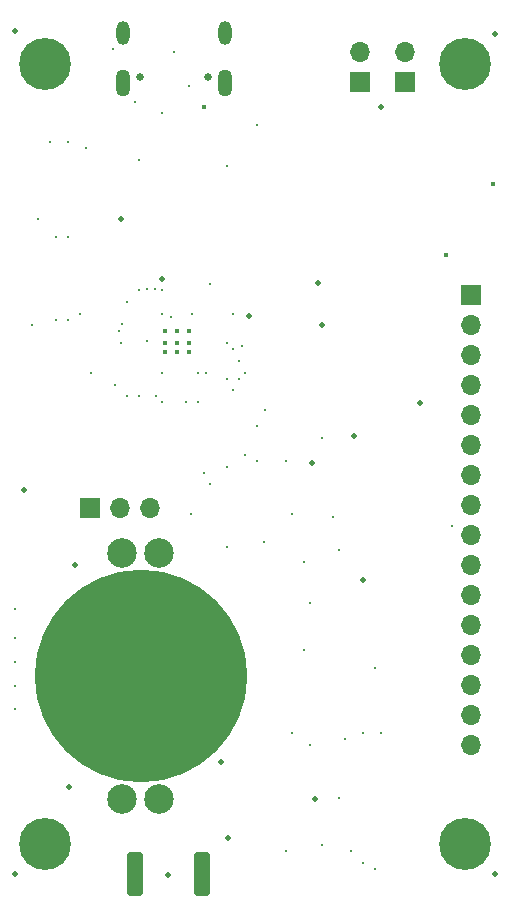
<source format=gbs>
G04 #@! TF.GenerationSoftware,KiCad,Pcbnew,8.0.3*
G04 #@! TF.CreationDate,2024-06-17T15:15:03-04:00*
G04 #@! TF.ProjectId,node_v3_2,6e6f6465-5f76-4335-9f32-2e6b69636164,rev?*
G04 #@! TF.SameCoordinates,Original*
G04 #@! TF.FileFunction,Soldermask,Bot*
G04 #@! TF.FilePolarity,Negative*
%FSLAX46Y46*%
G04 Gerber Fmt 4.6, Leading zero omitted, Abs format (unit mm)*
G04 Created by KiCad (PCBNEW 8.0.3) date 2024-06-17 15:15:03*
%MOMM*%
%LPD*%
G01*
G04 APERTURE LIST*
G04 Aperture macros list*
%AMRoundRect*
0 Rectangle with rounded corners*
0 $1 Rounding radius*
0 $2 $3 $4 $5 $6 $7 $8 $9 X,Y pos of 4 corners*
0 Add a 4 corners polygon primitive as box body*
4,1,4,$2,$3,$4,$5,$6,$7,$8,$9,$2,$3,0*
0 Add four circle primitives for the rounded corners*
1,1,$1+$1,$2,$3*
1,1,$1+$1,$4,$5*
1,1,$1+$1,$6,$7*
1,1,$1+$1,$8,$9*
0 Add four rect primitives between the rounded corners*
20,1,$1+$1,$2,$3,$4,$5,0*
20,1,$1+$1,$4,$5,$6,$7,0*
20,1,$1+$1,$6,$7,$8,$9,0*
20,1,$1+$1,$8,$9,$2,$3,0*%
G04 Aperture macros list end*
%ADD10R,1.700000X1.700000*%
%ADD11O,1.700000X1.700000*%
%ADD12C,4.400000*%
%ADD13RoundRect,0.250000X-0.425000X-1.600000X0.425000X-1.600000X0.425000X1.600000X-0.425000X1.600000X0*%
%ADD14C,0.650000*%
%ADD15O,1.254000X2.304000*%
%ADD16O,1.104000X2.004000*%
%ADD17C,18.004000*%
%ADD18C,2.504000*%
%ADD19C,0.304800*%
%ADD20C,0.406400*%
%ADD21C,0.250000*%
%ADD22C,0.508000*%
G04 APERTURE END LIST*
D10*
X162560000Y-57409000D03*
D11*
X162560000Y-54869000D03*
D12*
X132080000Y-121920000D03*
D10*
X158750000Y-57404000D03*
D11*
X158750000Y-54864000D03*
D12*
X132080000Y-55880000D03*
D13*
X145319000Y-124464000D03*
X139669000Y-124464000D03*
D12*
X167640000Y-121920000D03*
X167640000Y-55880000D03*
D10*
X168148000Y-75438000D03*
D11*
X168148000Y-77978000D03*
X168148000Y-80518000D03*
X168148000Y-83058000D03*
X168148000Y-85598000D03*
X168148000Y-88138000D03*
X168148000Y-90678000D03*
X168148000Y-93218000D03*
X168148000Y-95758000D03*
X168148000Y-98298000D03*
X168148000Y-100838000D03*
X168148000Y-103378000D03*
X168148000Y-105918000D03*
X168148000Y-108458000D03*
X168148000Y-110998000D03*
X168148000Y-113538000D03*
D10*
X135890000Y-93472000D03*
D11*
X138430000Y-93472000D03*
X140970000Y-93472000D03*
D14*
X145892000Y-56930000D03*
X140112000Y-56930000D03*
D15*
X147322000Y-57430000D03*
X138682000Y-57430000D03*
D16*
X147322000Y-53250000D03*
X138682000Y-53250000D03*
D17*
X140208000Y-107696000D03*
D18*
X141708000Y-118096000D03*
X138608000Y-118096000D03*
X138608000Y-97296000D03*
X141708000Y-97296000D03*
D19*
X143002000Y-54864000D03*
D20*
X142240000Y-80264000D03*
X144272000Y-78486000D03*
D21*
X136000000Y-82000000D03*
D22*
X159004000Y-99568000D03*
D20*
X144272000Y-79502000D03*
D22*
X129540000Y-124460000D03*
D20*
X144272000Y-80264000D03*
D22*
X134620000Y-98298000D03*
D20*
X142240000Y-79502000D03*
D22*
X149352000Y-77216000D03*
X134112000Y-117094000D03*
X170180000Y-124460000D03*
D20*
X143256000Y-80264000D03*
D22*
X158242000Y-87376000D03*
X129540000Y-53086000D03*
D20*
X143256000Y-78486000D03*
D21*
X139700000Y-59055000D03*
X142000000Y-84500000D03*
D20*
X143256000Y-79502000D03*
X142240000Y-78486000D03*
D22*
X154686000Y-89662000D03*
X155194000Y-74422000D03*
D21*
X131000000Y-78000000D03*
D22*
X147574000Y-121412000D03*
X163830000Y-84582000D03*
D19*
X156464000Y-94234000D03*
D22*
X130302000Y-91948000D03*
X154940000Y-118110000D03*
X170180000Y-53340000D03*
D21*
X145000000Y-82000000D03*
X144500000Y-77000000D03*
D19*
X146000000Y-74500000D03*
D22*
X142000000Y-74025500D03*
X138500000Y-69000000D03*
X155500000Y-78000000D03*
X160500000Y-59500000D03*
D20*
X145500000Y-59500000D03*
X170000000Y-66000000D03*
X166000000Y-72000000D03*
D21*
X129500000Y-104500000D03*
X149000000Y-89000000D03*
X148500000Y-82500000D03*
D19*
X159000000Y-112500000D03*
D21*
X154000000Y-98000000D03*
D19*
X158000000Y-122500000D03*
D21*
X145677172Y-82033827D03*
D19*
X154519000Y-113500000D03*
D21*
X141500000Y-84000000D03*
X129500000Y-102000000D03*
D19*
X153000000Y-112500000D03*
X160000000Y-124000000D03*
X157500000Y-113000000D03*
D21*
X148500000Y-81000000D03*
X153000000Y-94000000D03*
D19*
X159000000Y-123500000D03*
D21*
X150658491Y-85151737D03*
X147500000Y-82500000D03*
X155500000Y-122000000D03*
X147500000Y-96774000D03*
X147500000Y-90000000D03*
X129500000Y-106500000D03*
X144000000Y-84500000D03*
X145000000Y-84500000D03*
X139000000Y-84000000D03*
X160000000Y-107000000D03*
X148000000Y-80000000D03*
X139000000Y-76000000D03*
X152500000Y-89500000D03*
X148750000Y-79750000D03*
X135000000Y-77000000D03*
X138297438Y-78500000D03*
X140000000Y-84000000D03*
X134000000Y-77500000D03*
X138500000Y-79500000D03*
X138603279Y-77896721D03*
X154000000Y-105500000D03*
X146000000Y-91440000D03*
X155500000Y-87500000D03*
X166500000Y-95000000D03*
X147500000Y-79500000D03*
X140000000Y-64000000D03*
X140000000Y-75000000D03*
X131500000Y-69000000D03*
X142000000Y-60000000D03*
X150000000Y-61000000D03*
X150611278Y-96361972D03*
X157000000Y-97000000D03*
X138000000Y-83000000D03*
X144402157Y-93980000D03*
X147500000Y-64500000D03*
X148000000Y-77000000D03*
X140715690Y-79277330D03*
X154500000Y-101500000D03*
X142000000Y-77000000D03*
X134000000Y-62500000D03*
X134000000Y-70500000D03*
X141359786Y-74877313D03*
X140676245Y-74953262D03*
X133000000Y-70500000D03*
X132500000Y-62500000D03*
X142725720Y-77249688D03*
X135500000Y-63000000D03*
X142000000Y-75000000D03*
X133000000Y-77500000D03*
X142000000Y-82000000D03*
X145500000Y-90500000D03*
X148000000Y-83500000D03*
X129500000Y-108500000D03*
X150000000Y-86500000D03*
X129500000Y-110500000D03*
X149000000Y-82000000D03*
X150000000Y-89500000D03*
D22*
X147000000Y-115000000D03*
X142500000Y-124500000D03*
D21*
X157000000Y-118000000D03*
X160500000Y-112500000D03*
X152500000Y-122500000D03*
X144248225Y-57688985D03*
X137795000Y-54610000D03*
M02*

</source>
